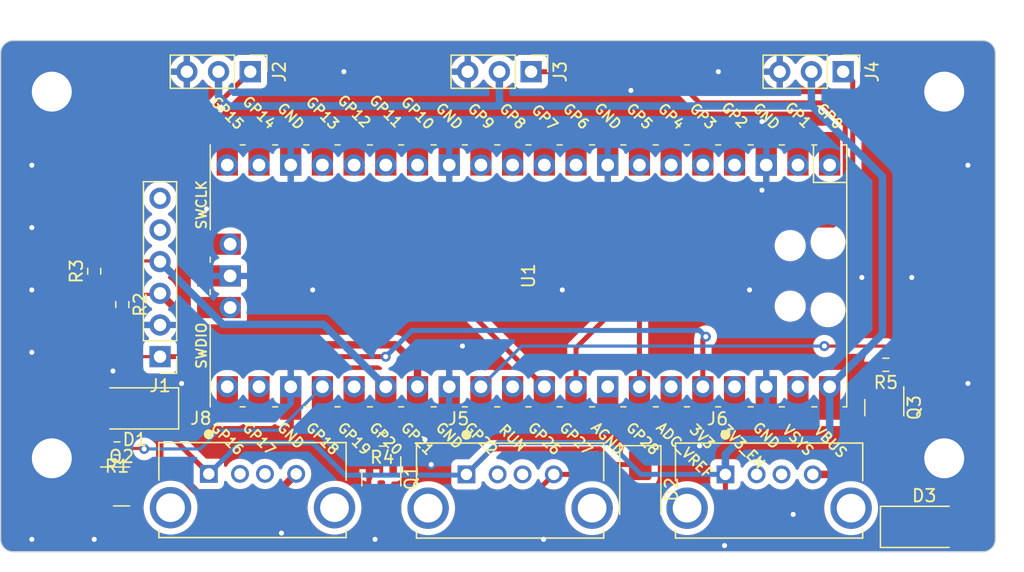
<source format=kicad_pcb>
(kicad_pcb (version 20221018) (generator pcbnew)
  (layers (0 "F.Cu" signal) (31 "B.Cu" signal) (34 "B.Paste" user) (35 "F.Paste" user) (36 "B.SilkS" user "B.Silkscreen") (37 "F.SilkS" user "F.Silkscreen") (38 "B.Mask" user) (39 "F.Mask" user) (44 "Edge.Cuts" user))
  (net 0 "")
  (net 3 "VDC")
  (net 8 "Net-(D1-A)")
  (net 13 "Net-(D2-A)")
  (net 18 "Net-(D3-A)")
  (net 23 "/PWM_M1")
  (net 24 "GND")
  (net 25 "/PWM_M0")
  (net 26 "/PWM_M2")
  (net 27 "/SCL")
  (net 28 "+3.3V")
  (net 29 "/SDA")
  (net 31 "/ADC0")
  (net 32 "/ADC1")
  (net 34 "/ADC2")
  (footprint "Resistor_SMD:R_0603_1608Metric" (layer "F.Cu") (at 9.325 32.71 180)
    (fp_text reference "R1" (at 0 -1.43) (layer "F.SilkS"))
    (fp_text value "10k")
    (fp_line (start -0.237258 -0.5225) (end 0.237258 -0.5225) (stroke (width 0.12)) (layer "F.SilkS"))
    (fp_line (start -0.237258 0.5225) (end 0.237258 0.5225) (stroke (width 0.12)) (layer "F.SilkS"))
    (pad "1" smd roundrect (at -0.825 0 180) (size 0.8 0.95) (layers "F.Cu" "F.Paste" "F.Mask") (net 25 "/PWM_M0"))
    (pad "2" smd roundrect (at 0.825 0 180) (size 0.8 0.95) (layers "F.Cu" "F.Paste" "F.Mask") (net 24 "GND"))
  )
  (footprint "Diode_SMD:D_SMA" (layer "F.Cu") (at 10.75 29.5 180)
    (fp_text reference "D1" (at 0 -2.5) (layer "F.SilkS"))
    (fp_text value "SS34")
    (fp_line (start -3.51 -1.65) (end -3.51 1.65) (stroke (width 0.12)) (layer "F.SilkS"))
    (fp_line (start -3.51 -1.65) (end 2 -1.65) (stroke (width 0.12)) (layer "F.SilkS"))
    (fp_line (start -3.51 1.65) (end 2 1.65) (stroke (width 0.12)) (layer "F.SilkS"))
    (pad "1" smd roundrect (at -2 0 180) (size 2.5 1.8) (layers "F.Cu" "F.Paste" "F.Mask") (roundrect_rratio 0.1388888889) (net 3 "VDC"))
    (pad "2" smd roundrect (at 2 0 180) (size 2.5 1.8) (layers "F.Cu" "F.Paste" "F.Mask") (roundrect_rratio 0.1388888889) (net 8 "Net-(D1-A)"))
  )
  (footprint "Diode_SMD:D_SMA" (layer "F.Cu") (at 74 39)
    (fp_text reference "D3" (at 0 -2.5) (layer "F.SilkS"))
    (fp_text value "SS34")
    (fp_line (start -3.51 -1.65) (end -3.51 1.65) (stroke (width 0.12)) (layer "F.SilkS"))
    (fp_line (start -3.51 -1.65) (end 2 -1.65) (stroke (width 0.12)) (layer "F.SilkS"))
    (fp_line (start -3.51 1.65) (end 2 1.65) (stroke (width 0.12)) (layer "F.SilkS"))
    (pad "1" smd roundrect (at -2 0) (size 2.5 1.8) (layers "F.Cu" "F.Paste" "F.Mask") (roundrect_rratio 0.1388888889) (net 3 "VDC"))
    (pad "2" smd roundrect (at 2 0) (size 2.5 1.8) (layers "F.Cu" "F.Paste" "F.Mask") (roundrect_rratio 0.1388888889) (net 18 "Net-(D3-A)"))
  )
  (footprint "Connector_PinHeader_2.54mm:PinHeader_1x06_P2.54mm_Vertical" (layer "F.Cu") (at 12.772 25.3502 180)
    (fp_text reference "J1" (at 0 -2.33 180) (layer "F.SilkS"))
    (fp_text value "Conn_01x06")
    (fp_line (start -1.33 -1.33) (end 0 -1.33) (stroke (width 0.12)) (layer "F.SilkS"))
    (fp_line (start -1.33 0) (end -1.33 -1.33) (stroke (width 0.12)) (layer "F.SilkS"))
    (fp_line (start -1.33 1.27) (end -1.33 14.03) (stroke (width 0.12)) (layer "F.SilkS"))
    (fp_line (start -1.33 1.27) (end 1.33 1.27) (stroke (width 0.12)) (layer "F.SilkS"))
    (fp_line (start -1.33 14.03) (end 1.33 14.03) (stroke (width 0.12)) (layer "F.SilkS"))
    (fp_line (start 1.33 1.27) (end 1.33 14.03) (stroke (width 0.12)) (layer "F.SilkS"))
    (pad "1" thru_hole rect (at 0 0 180) (size 1.7 1.7) (drill 1) (layers "*.Cu" "*.Mask") (net 28 "+3.3V"))
    (pad "2" thru_hole oval (at 0 2.54 180) (size 1.7 1.7) (drill 1) (layers "*.Cu" "*.Mask") (net 24 "GND"))
    (pad "3" thru_hole oval (at 0 5.08 180) (size 1.7 1.7) (drill 1) (layers "*.Cu" "*.Mask") (net 27 "/SCL"))
    (pad "4" thru_hole oval (at 0 7.62 180) (size 1.7 1.7) (drill 1) (layers "*.Cu" "*.Mask") (net 29 "/SDA"))
    (pad "5" thru_hole oval (at 0 10.16 180) (size 1.7 1.7) (drill 1) (layers "*.Cu" "*.Mask"))
    (pad "6" thru_hole oval (at 0 12.7 180) (size 1.7 1.7) (drill 1) (layers "*.Cu" "*.Mask"))
  )
  (footprint "Connector_PinHeader_2.54mm:PinHeader_1x03_P2.54mm_Vertical" (layer "F.Cu") (at 20 2.5 -90)
    (fp_text reference "J2" (at 0 -2.33 -90) (layer "F.SilkS"))
    (fp_text value "Conn_01x03")
    (fp_line (start -1.33 -1.33) (end 0 -1.33) (stroke (width 0.12)) (layer "F.SilkS"))
    (fp_line (start -1.33 0) (end -1.33 -1.33) (stroke (width 0.12)) (layer "F.SilkS"))
    (fp_line (start -1.33 1.27) (end -1.33 6.41) (stroke (width 0.12)) (layer "F.SilkS"))
    (fp_line (start -1.33 1.27) (end 1.33 1.27) (stroke (width 0.12)) (layer "F.SilkS"))
    (fp_line (start -1.33 6.41) (end 1.33 6.41) (stroke (width 0.12)) (layer "F.SilkS"))
    (fp_line (start 1.33 1.27) (end 1.33 6.41) (stroke (width 0.12)) (layer "F.SilkS"))
    (pad "1" thru_hole rect (at 0 0 270) (size 1.7 1.7) (drill 1) (layers "*.Cu" "*.Mask") (net 31 "/ADC0"))
    (pad "2" thru_hole oval (at 0 2.54 270) (size 1.7 1.7) (drill 1) (layers "*.Cu" "*.Mask") (net 3 "VDC"))
    (pad "3" thru_hole oval (at 0 5.08 270) (size 1.7 1.7) (drill 1) (layers "*.Cu" "*.Mask") (net 24 "GND"))
  )
  (footprint "Connector_PinHeader_2.54mm:PinHeader_1x03_P2.54mm_Vertical" (layer "F.Cu") (at 67.5 2.5 -90)
    (fp_text reference "J4" (at 0 -2.33 -90) (layer "F.SilkS"))
    (fp_text value "Conn_01x03")
    (fp_line (start -1.33 -1.33) (end 0 -1.33) (stroke (width 0.12)) (layer "F.SilkS"))
    (fp_line (start -1.33 0) (end -1.33 -1.33) (stroke (width 0.12)) (layer "F.SilkS"))
    (fp_line (start -1.33 1.27) (end -1.33 6.41) (stroke (width 0.12)) (layer "F.SilkS"))
    (fp_line (start -1.33 1.27) (end 1.33 1.27) (stroke (width 0.12)) (layer "F.SilkS"))
    (fp_line (start -1.33 6.41) (end 1.33 6.41) (stroke (width 0.12)) (layer "F.SilkS"))
    (fp_line (start 1.33 1.27) (end 1.33 6.41) (stroke (width 0.12)) (layer "F.SilkS"))
    (pad "1" thru_hole rect (at 0 0 270) (size 1.7 1.7) (drill 1) (layers "*.Cu" "*.Mask") (net 34 "/ADC2"))
    (pad "2" thru_hole oval (at 0 2.54 270) (size 1.7 1.7) (drill 1) (layers "*.Cu" "*.Mask") (net 3 "VDC"))
    (pad "3" thru_hole oval (at 0 5.08 270) (size 1.7 1.7) (drill 1) (layers "*.Cu" "*.Mask") (net 24 "GND"))
  )
  (footprint "Package_TO_SOT_SMD:SOT-23" (layer "F.Cu") (at 70.8 29.4375 -90)
    (fp_text reference "Q3" (at 0 -2.4 90) (layer "F.SilkS"))
    (fp_text value "AO3400A")
    (fp_line (start 0 -1.56) (end -1.675 -1.56) (stroke (width 0.12)) (layer "F.SilkS"))
    (fp_line (start 0 -1.56) (end 0.65 -1.56) (stroke (width 0.12)) (layer "F.SilkS"))
    (fp_line (start 0 1.56) (end -0.65 1.56) (stroke (width 0.12)) (layer "F.SilkS"))
    (fp_line (start 0 1.56) (end 0.65 1.56) (stroke (width 0.12)) (layer "F.SilkS"))
    (pad "1" smd roundrect (at -0.9375 -0.95 270) (size 1.475 0.6) (layers "F.Cu" "F.Paste" "F.Mask") (net 26 "/PWM_M2"))
    (pad "2" smd roundrect (at -0.9375 0.95 270) (size 1.475 0.6) (layers "F.Cu" "F.Paste" "F.Mask") (net 24 "GND"))
    (pad "3" smd roundrect (at 0.9375 0 270) (size 1.475 0.6) (layers "F.Cu" "F.Paste" "F.Mask") (net 18 "Net-(D3-A)"))
  )
  (footprint "Resistor_SMD:R_0603_1608Metric" (layer "F.Cu") (at 9.75 21.175 -90)
    (fp_text reference "R2" (at 0 -1.43 90) (layer "F.SilkS"))
    (fp_text value "10k")
    (fp_line (start -0.237258 -0.5225) (end 0.237258 -0.5225) (stroke (width 0.12)) (layer "F.SilkS"))
    (fp_line (start -0.237258 0.5225) (end 0.237258 0.5225) (stroke (width 0.12)) (layer "F.SilkS"))
    (pad "1" smd roundrect (at -0.825 0 270) (size 0.8 0.95) (layers "F.Cu" "F.Paste" "F.Mask") (net 27 "/SCL"))
    (pad "2" smd roundrect (at 0.825 0 270) (size 0.8 0.95) (layers "F.Cu" "F.Paste" "F.Mask") (net 28 "+3.3V"))
  )
  (footprint "Diode_SMD:D_SMA" (layer "F.Cu") (at 51.25 36 -90)
    (fp_text reference "D2" (at 0 -2.5 -270) (layer "F.SilkS"))
    (fp_text value "SS34")
    (fp_line (start -3.51 -1.65) (end -3.51 1.65) (stroke (width 0.12)) (layer "F.SilkS"))
    (fp_line (start -3.51 -1.65) (end 2 -1.65) (stroke (width 0.12)) (layer "F.SilkS"))
    (fp_line (start -3.51 1.65) (end 2 1.65) (stroke (width 0.12)) (layer "F.SilkS"))
    (pad "1" smd roundrect (at -2 0 270) (size 2.5 1.8) (layers "F.Cu" "F.Paste" "F.Mask") (roundrect_rratio 0.1388888889) (net 3 "VDC"))
    (pad "2" smd roundrect (at 2 0 270) (size 2.5 1.8) (layers "F.Cu" "F.Paste" "F.Mask") (roundrect_rratio 0.1388888889) (net 13 "Net-(D2-A)"))
  )
  (footprint "1734366-1:TE_1734366-1" (layer "F.Cu") (at 37.32 34.79)
    (fp_text reference "J5" (at -0.63622 -4.45354) (layer "F.SilkS") (effects (font (size 1.001921 1.001921))))
    (fp_text value "USB_A")
    (fp_line (start -4 -2.51) (end -4 0.5) (stroke (width 0.127)) (layer "F.SilkS"))
    (fp_line (start -4 -2.51) (end 11 -2.51) (stroke (width 0.127)) (layer "F.SilkS"))
    (fp_line (start -4 4.5) (end -4 5.11) (stroke (width 0.127)) (layer "F.SilkS"))
    (fp_line (start -4 5.11) (end 11 5.11) (stroke (width 0.127)) (layer "F.SilkS"))
    (fp_line (start 11 -2.51) (end 11 0.5) (stroke (width 0.127)) (layer "F.SilkS"))
    (fp_line (start 11 5.11) (end 11 4.5) (stroke (width 0.127)) (layer "F.SilkS"))
    (fp_circle (center 0 -3.175) (end 0.2 -3.175) (stroke (width 0.4)) (fill none) (layer "F.SilkS"))
    (pad "1" thru_hole rect (at 0 0) (size 1.428 1.428) (drill 0.92) (layers "*.Cu" "*.Mask") (net 3 "VDC"))
    (pad "2" thru_hole circle (at 2.5 0) (size 1.428 1.428) (drill 0.92) (layers "*.Cu" "*.Mask"))
    (pad "3" thru_hole circle (at 4.5 0) (size 1.428 1.428) (drill 0.92) (layers "*.Cu" "*.Mask"))
    (pad "4" thru_hole circle (at 7 0) (size 1.428 1.428) (drill 0.92) (layers "*.Cu" "*.Mask") (net 13 "Net-(D2-A)"))
    (pad "SH1" thru_hole circle (at -3.07 2.71) (size 3.316 3.316) (drill 2.3) (layers "*.Cu" "*.Mask"))
    (pad "SH2" thru_hole circle (at 10.07 2.71) (size 3.316 3.316) (drill 2.3) (layers "*.Cu" "*.Mask"))
  )
  (footprint "Resistor_SMD:R_0603_1608Metric" (layer "F.Cu") (at 70.925 26 180)
    (fp_text reference "R5" (at 0 -1.43) (layer "F.SilkS"))
    (fp_text value "10k")
    (fp_line (start -0.237258 -0.5225) (end 0.237258 -0.5225) (stroke (width 0.12)) (layer "F.SilkS"))
    (fp_line (start -0.237258 0.5225) (end 0.237258 0.5225) (stroke (width 0.12)) (layer "F.SilkS"))
    (pad "1" smd roundrect (at -0.825 0 180) (size 0.8 0.95) (layers "F.Cu" "F.Paste" "F.Mask") (net 26 "/PWM_M2"))
    (pad "2" smd roundrect (at 0.825 0 180) (size 0.8 0.95) (layers "F.Cu" "F.Paste" "F.Mask") (net 24 "GND"))
  )
  (footprint "MCU_RaspberryPi_and_Boards:RPi_Pico_SMD_TH" (layer "F.Cu") (at 42.291 18.8722 -90)
    (fp_text reference "U1" (at 0 0 90) (layer "F.SilkS"))
    (fp_text value "Pico")
    (fp_text user "VSYS" (at 13.2 -21.59 135) (layer "F.SilkS") (effects (font (size 0.8 0.8))))
    (fp_text user "GP9" (at -12.8 3.81 135) (layer "F.SilkS") (effects (font (size 0.8 0.8))))
    (fp_text user "GP13" (at -13.054 16.51 135) (layer "F.SilkS") (effects (font (size 0.8 0.8))))
    (fp_text user "GND" (at -12.8 6.35 135) (layer "F.SilkS") (effects (font (size 0.8 0.8))))
    (fp_text user "GP1" (at -12.9 -21.6 135) (layer "F.SilkS") (effects (font (size 0.8 0.8))))
    (fp_text user "GP0" (at -12.8 -24.13 135) (layer "F.SilkS") (effects (font (size 0.8 0.8))))
    (fp_text user "GP17" (at 13.054 21.59 135) (layer "F.SilkS") (effects (font (size 0.8 0.8))))
    (fp_text user "SWCLK" (at -5.7 26.2 90) (layer "F.SilkS") (effects (font (size 0.8 0.8))))
    (fp_text user "GP27" (at 13.054 -3.8 135) (layer "F.SilkS") (effects (font (size 0.8 0.8))))
    (fp_text user "GP6" (at -12.8 -3.81 135) (layer "F.SilkS") (effects (font (size 0.8 0.8))))
    (fp_text user "GP8" (at -12.8 1.27 135) (layer "F.SilkS") (effects (font (size 0.8 0.8))))
    (fp_text user "GP2" (at -12.9 -16.51 135) (layer "F.SilkS") (effects (font (size 0.8 0.8))))
    (fp_text user "GP28" (at 13.054 -9.144 135) (layer "F.SilkS") (effects (font (size 0.8 0.8))))
    (fp_text user "GP20" (at 13.054 11.43 135) (layer "F.SilkS") (effects (font (size 0.8 0.8))))
    (fp_text user "GP5" (at -12.8 -8.89 135) (layer "F.SilkS") (effects (font (size 0.8 0.8))))
    (fp_text user "GND" (at 12.8 -19.05 135) (layer "F.SilkS") (effects (font (size 0.8 0.8))))
    (fp_text user "GP10" (at -13.054 8.89 135) (layer "F.SilkS") (effects (font (size 0.8 0.8))))
    (fp_text user "GP15" (at -13.054 24.13 135) (layer "F.SilkS") (effects (font (size 0.8 0.8))))
    (fp_text user "AGND" (at 13.054 -6.35 135) (layer "F.SilkS") (effects (font (size 0.8 0.8))))
    (fp_text user "ADC_VREF" (at 14 -12.5 135) (layer "F.SilkS") (effects (font (size 0.8 0.8))))
    (fp_text user "RUN" (at 13 1.27 135) (layer "F.SilkS") (effects (font (size 0.8 0.8))))
    (fp_text user "GP14" (at -13.1 21.59 135) (layer "F.SilkS") (effects (font (size 0.8 0.8))))
    (fp_text user "GP7" (at -12.7 -1.3 135) (layer "F.SilkS") (effects (font (size 0.8 0.8))))
    (fp_text user "GP26" (at 13.054 -1.27 135) (layer "F.SilkS") (effects (font (size 0.8 0.8))))
    (fp_text user "3V3_EN" (at 13.7 -17.2 135) (layer "F.SilkS") (effects (font (size 0.8 0.8))))
    (fp_text user "GP11" (at -13.2 11.43 135) (layer "F.SilkS") (effects (font (size 0.8 0.8))))
    (fp_text user "GP4" (at -12.8 -11.43 135) (layer "F.SilkS") (effects (font (size 0.8 0.8))))
    (fp_text user "GND" (at -12.8 19.05 135) (layer "F.SilkS") (effects (font (size 0.8 0.8))))
    (fp_text user "SWDIO" (at 5.6 26.2 90) (layer "F.SilkS") (effects (font (size 0.8 0.8))))
    (fp_text user "GND" (at 12.8 6.35 135) (layer "F.SilkS") (effects (font (size 0.8 0.8))))
    (fp_text user "GND" (at -12.8 -19.05 135) (layer "F.SilkS") (effects (font (size 0.8 0.8))))
    (fp_text user "GP16" (at 13.054 24.13 135) (layer "F.SilkS") (effects (font (size 0.8 0.8))))
    (fp_text user "GP3" (at -12.8 -13.97 135) (layer "F.SilkS") (effects (font (size 0.8 0.8))))
    (fp_text user "GP22" (at 13.054 3.81 135) (layer "F.SilkS") (effects (font (size 0.8 0.8))))
    (fp_text user "GP21" (at 13.054 8.9 135) (layer "F.SilkS") (effects (font (size 0.8 0.8))))
    (fp_text user "GND" (at 12.8 19.05 135) (layer "F.SilkS") (effects (font (size 0.8 0.8))))
    (fp_text user "GP19" (at 13.054 13.97 135) (layer "F.SilkS") (effects (font (size 0.8 0.8))))
    (fp_text user "VBUS" (at 13.3 -24.2 135) (layer "F.SilkS") (effects (font (size 0.8 0.8))))
    (fp_text user "GP12" (at -13.2 13.97 135) (layer "F.SilkS") (effects (font (size 0.8 0.8))))
    (fp_text user "3V3" (at 12.9 -13.9 135) (layer "F.SilkS") (effects (font (size 0.8 0.8))))
    (fp_text user "GP18" (at 13.054 16.51 135) (layer "F.SilkS") (effects (font (size 0.8 0.8))))
    (fp_text user "GND" (at -12.8 -6.35 135) (layer "F.SilkS") (effects (font (size 0.8 0.8))))
    (fp_line (start -10.5 -25.5) (end -10.5 -25.2) (stroke (width 0.12)) (layer "F.SilkS"))
    (fp_line (start -10.5 -25.5) (end 10.5 -25.5) (stroke (width 0.12)) (layer "F.SilkS"))
    (fp_line (start -10.5 -23.1) (end -10.5 -22.7) (stroke (width 0.12)) (layer "F.SilkS"))
    (fp_line (start -10.5 -22.833) (end -7.493 -22.833) (stroke (width 0.12)) (layer "F.SilkS"))
    (fp_line (start -10.5 -20.5) (end -10.5 -20.1) (stroke (width 0.12)) (layer "F.SilkS"))
    (fp_line (start -10.5 -18) (end -10.5 -17.6) (stroke (width 0.12)) (layer "F.SilkS"))
    (fp_line (start -10.5 -15.4) (end -10.5 -15) (stroke (width 0.12)) (layer "F.SilkS"))
    (fp_line (start -10.5 -12.9) (end -10.5 -12.5) (stroke (width 0.12)) (layer "F.SilkS"))
    (fp_line (start -10.5 -10.4) (end -10.5 -10) (stroke (width 0.12)) (layer "F.SilkS"))
    (fp_line (start -10.5 -7.8) (end -10.5 -7.4) (stroke (width 0.12)) (layer "F.SilkS"))
    (fp_line (start -10.5 -5.3) (end -10.5 -4.9) (stroke (width 0.12)) (layer "F.SilkS"))
    (fp_line (start -10.5 -2.7) (end -10.5 -2.3) (stroke (width 0.12)) (layer "F.SilkS"))
    (fp_line (start -10.5 -0.2) (end -10.5 0.2) (stroke (width 0.12)) (layer "F.SilkS"))
    (fp_line (start -10.5 2.3) (end -10.5 2.7) (stroke (width 0.12)) (layer "F.SilkS"))
    (fp_line (start -10.5 4.9) (end -10.5 5.3) (stroke (width 0.12)) (layer "F.SilkS"))
    (fp_line (start -10.5 7.4) (end -10.5 7.8) (stroke (width 0.12)) (layer "F.SilkS"))
    (fp_line (start -10.5 10) (end -10.5 10.4) (stroke (width 0.12)) (layer "F.SilkS"))
    (fp_line (start -10.5 12.5) (end -10.5 12.9) (stroke (width 0.12)) (layer "F.SilkS"))
    (fp_line (start -10.5 15.1) (end -10.5 15.5) (stroke (width 0.12)) (layer "F.SilkS"))
    (fp_line (start -10.5 17.6) (end -10.5 18) (stroke (width 0.12)) (layer "F.SilkS"))
    (fp_line (start -10.5 20.1) (end -10.5 20.5) (stroke (width 0.12)) (layer "F.SilkS"))
    (fp_line (start -10.5 22.7) (end -10.5 23.1) (stroke (width 0.12)) (layer "F.SilkS"))
    (fp_line (start -7.493 -22.833) (end -7.493 -25.5) (stroke (width 0.12)) (layer "F.SilkS"))
    (fp_line (start -3.7 25.5) (end -10.5 25.5) (stroke (width 0.12)) (layer "F.SilkS"))
    (fp_line (start -1.5 25.5) (end -1.1 25.5) (stroke (width 0.12)) (layer "F.SilkS"))
    (fp_line (start 1.1 25.5) (end 1.5 25.5) (stroke (width 0.12)) (layer "F.SilkS"))
    (fp_line (start 10.5 -25.5) (end 10.5 -25.2) (stroke (width 0.12)) (layer "F.SilkS"))
    (fp_line (start 10.5 -23.1) (end 10.5 -22.7) (stroke (width 0.12)) (layer "F.SilkS"))
    (fp_line (start 10.5 -20.5) (end 10.5 -20.1) (stroke (width 0.12)) (layer "F.SilkS"))
    (fp_line (start 10.5 -18) (end 10.5 -17.6) (stroke (width 0.12)) (layer "F.SilkS"))
    (fp_line (start 10.5 -15.4) (end 10.5 -15) (stroke (width 0.12)) (layer "F.SilkS"))
    (fp_line (start 10.5 -12.9) (end 10.5 -12.5) (stroke (width 0.12)) (layer "F.SilkS"))
    (fp_line (start 10.5 -10.4) (end 10.5 -10) (stroke (width 0.12)) (layer "F.SilkS"))
    (fp_line (start 10.5 -7.8) (end 10.5 -7.4) (stroke (width 0.12)) (layer "F.SilkS"))
    (fp_line (start 10.5 -5.3) (end 10.5 -4.9) (stroke (width 0.12)) (layer "F.SilkS"))
    (fp_line (start 10.5 -2.7) (end 10.5 -2.3) (stroke (width 0.12)) (layer "F.SilkS"))
    (fp_line (start 10.5 -0.2) (end 10.5 0.2) (stroke (width 0.12)) (layer "F.SilkS"))
    (fp_line (start 10.5 2.3) (end 10.5 2.7) (stroke (width 0.12)) (layer "F.SilkS"))
    (fp_line (start 10.5 4.9) (end 10.5 5.3) (stroke (width 0.12)) (layer "F.SilkS"))
    (fp_line (start 10.5 7.4) (end 10.5 7.8) (stroke (width 0.12)) (layer "F.SilkS"))
    (fp_line (start 10.5 10) (end 10.5 10.4) (stroke (width 0.12)) (layer "F.SilkS"))
    (fp_line (start 10.5 12.5) (end 10.5 12.9) (stroke (width 0.12)) (layer "F.SilkS"))
    (fp_line (start 10.5 15.1) (end 10.5 15.5) (stroke (width 0.12)) (layer "F.SilkS"))
    (fp_line (start 10.5 17.6) (end 10.5 18) (stroke (width 0.12)) (layer "F.SilkS"))
    (fp_line (start 10.5 20.1) (end 10.5 20.5) (stroke (width 0.12)) (layer "F.SilkS"))
    (fp_line (start 10.5 22.7) (end 10.5 23.1) (stroke (width 0.12)) (layer "F.SilkS"))
    (fp_line (start 10.5 25.5) (end 3.7 25.5) (stroke (width 0.12)) (layer "F.SilkS"))
    (pad "" np_thru_hole oval locked (at -2.725 -24 270) (size 1.8 1.8) (drill 1.8) (layers "*.Cu" "*.Mask"))
    (pad "" np_thru_hole oval locked (at -2.425 -20.97 270) (size 1.5 1.5) (drill 1.5) (layers "*.Cu" "*.Mask"))
    (pad "" np_thru_hole oval locked (at 2.425 -20.97 270) (size 1.5 1.5) (drill 1.5) (layers "*.Cu" "*.Mask"))
    (pad "" np_thru_hole oval locked (at 2.725 -24 270) (size 1.8 1.8) (drill 1.8) (layers "*.Cu" "*.Mask"))
    (pad "1" thru_hole oval locked (at -8.89 -24.13 270) (size 1.7 1.7) (drill 1.02) (layers "*.Cu" "*.Mask"))
    (pad "1" smd rect locked (at -8.89 -24.13 270) (size 3.5 1.7) (drill (offset -0.9 0)) (layers "F.Cu" "F.Mask"))
    (pad "2" thru_hole oval locked (at -8.89 -21.59 270) (size 1.7 1.7) (drill 1.02) (layers "*.Cu" "*.Mask"))
    (pad "2" smd rect locked (at -8.89 -21.59 270) (size 3.5 1.7) (drill (offset -0.9 0)) (layers "F.Cu" "F.Mask"))
    (pad "3" thru_hole rect locked (at -8.89 -19.05 270) (size 1.7 1.7) (drill 1.02) (layers "*.Cu" "*.Mask") (net 24 "GND"))
    (pad "3" smd rect locked (at -8.89 -19.05 270) (size 3.5 1.7) (drill (offset -0.9 0)) (layers "F.Cu" "F.Mask") (net 24 "GND"))
    (pad "4" thru_hole oval locked (at -8.89 -16.51 270) (size 1.7 1.7) (drill 1.02) (layers "*.Cu" "*.Mask"))
    (pad "4" smd rect locked (at -8.89 -16.51 270) (size 3.5 1.7) (drill (offset -0.9 0)) (layers "F.Cu" "F.Mask"))
    (pad "5" thru_hole oval locked (at -8.89 -13.97 270) (size 1.7 1.7) (drill 1.02) (layers "*.Cu" "*.Mask"))
    (pad "5" smd rect locked (at -8.89 -13.97 270) (size 3.5 1.7) (drill (offset -0.9 0)) (layers "F.Cu" "F.Mask"))
    (pad "6" thru_hole oval locked (at -8.89 -11.43 270) (size 1.7 1.7) (drill 1.02) (layers "*.Cu" "*.Mask"))
    (pad "6" smd rect locked (at -8.89 -11.43 270) (size 3.5 1.7) (drill (offset -0.9 0)) (layers "F.Cu" "F.Mask"))
    (pad "7" thru_hole oval locked (at -8.89 -8.89 270) (size 1.7 1.7) (drill 1.02) (layers "*.Cu" "*.Mask"))
    (pad "7" smd rect locked (at -8.89 -8.89 270) (size 3.5 1.7) (drill (offset -0.9 0)) (layers "F.Cu" "F.Mask"))
    (pad "8" thru_hole rect locked (at -8.89 -6.35 270) (size 1.7 1.7) (drill 1.02) (layers "*.Cu" "*.Mask") (net 24 "GND"))
    (pad "8" smd rect locked (at -8.89 -6.35 270) (size 3.5 1.7) (drill (offset -0.9 0)) (layers "F.Cu" "F.Mask") (net 24 "GND"))
    (pad "9" thru_hole oval locked (at -8.89 -3.81 270) (size 1.7 1.7) (drill 1.02) (layers "*.Cu" "*.Mask"))
    (pad "9" smd rect locked (at -8.89 -3.81 270) (size 3.5 1.7) (drill (offset -0.9 0)) (layers "F.Cu" "F.Mask"))
    (pad "10" thru_hole oval locked (at -8.89 -1.27 270) (size 1.7 1.7) (drill 1.02) (layers "*.Cu" "*.Mask"))
    (pad "10" smd rect locked (at -8.89 -1.27 270) (size 3.5 1.7) (drill (offset -0.9 0)) (layers "F.Cu" "F.Mask"))
    (pad "11" thru_hole oval locked (at -8.89 1.27 270) (size 1.7 1.7) (drill 1.02) (layers "*.Cu" "*.Mask"))
    (pad "11" smd rect locked (at -8.89 1.27 270) (size 3.5 1.7) (drill (offset -0.9 0)) (layers "F.Cu" "F.Mask"))
    (pad "12" thru_hole oval locked (at -8.89 3.81 270) (size 1.7 1.7) (drill 1.02) (layers "*.Cu" "*.Mask"))
    (pad "12" smd rect locked (at -8.89 3.81 270) (size 3.5 1.7) (drill (offset -0.9 0)) (layers "F.Cu" "F.Mask"))
    (pad "13" thru_hole rect locked (at -8.89 6.35 270) (size 1.7 1.7) (drill 1.02) (layers "*.Cu" "*.Mask") (net 24 "GND"))
    (pad "13" smd rect locked (at -8.89 6.35 270) (size 3.5 1.7) (drill (offset -0.9 0)) (layers "F.Cu" "F.Mask") (net 24 "GND"))
    (pad "14" thru_hole oval locked (at -8.89 8.89 270) (size 1.7 1.7) (drill 1.02) (layers "*.Cu" "*.Mask"))
    (pad "14" smd rect locked (at -8.89 8.89 270) (size 3.5 1.7) (drill (offset -0.9 0)) (layers "F.Cu" "F.Mask"))
    (pad "15" thru_hole oval locked (at -8.89 11.43 270) (size 1.7 1.7) (drill 1.02) (layers "*.Cu" "*.Mask"))
    (pad "15" smd rect locked (at -8.89 11.43 270) (size 3.5 1.7) (drill (offset -0.9 0)) (layers "F.Cu" "F.Mask"))
    (pad "16" thru_hole oval locked (at -8.89 13.97 270) (size 1.7 1.7) (drill 1.02) (layers "*.Cu" "*.Mask"))
    (pad "16" smd rect locked (at -8.89 13.97 270) (size 3.5 1.7) (drill (offset -0.9 0)) (layers "F.Cu" "F.Mask"))
    (pad "17" thru_hole oval locked (at -8.89 16.51 270) (size 1.7 1.7) (drill 1.02) (layers "*.Cu" "*.Mask"))
    (pad "17" smd rect locked (at -8.89 16.51 270) (size 3.5 1.7) (drill (offset -0.9 0)) (layers "F.Cu" "F.Mask"))
    (pad "18" thru_hole rect locked (at -8.89 19.05 270) (size 1.7 1.7) (drill 1.02) (layers "*.Cu" "*.Mask") (net 24 "GND"))
    (pad "18" smd rect locked (at -8.89 19.05 270) (size 3.5 1.7) (drill (offset -0.9 0)) (layers "F.Cu" "F.Mask") (net 24 "GND"))
    (pad "19" thru_hole oval locked (at -8.89 21.59 270) (size 1.7 1.7) (drill 1.02) (layers "*.Cu" "*.Mask"))
    (pad "19" smd rect locked (at -8.89 21.59 270) (size 3.5 1.7) (drill (offset -0.9 0)) (layers "F.Cu" "F.Mask"))
    (pad "20" thru_hole oval locked (at -8.89 24.13 270) (size 1.7 1.7) (drill 1.02) (layers "*.Cu" "*.Mask"))
    (pad "20" smd rect locked (at -8.89 24.13 270) (size 3.5 1.7) (drill (offset -0.9 0)) (layers "F.Cu" "F.Mask"))
    (pad "21" thru_hole oval locked (at 8.89 24.13 270) (size 1.7 1.7) (drill 1.02) (layers "*.Cu" "*.Mask"))
    (pad "21" smd rect locked (at 8.89 24.13 270) (size 3.5 1.7) (drill (offset 0.9 0)) (layers "F.Cu" "F.Mask"))
    (pad "22" thru_hole oval locked (at 8.89 21.59 270) (size 1.7 1.7) (drill 1.02) (layers "*.Cu" "*.Mask"))
    (pad "22" smd rect locked (at 8.89 21.59 270) (size 3.5 1.7) (drill (offset 0.9 0)) (layers "F.Cu" "F.Mask"))
    (pad "23" thru_hole rect locked (at 8.89 19.05 270) (size 1.7 1.7) (drill 1.02) (layers "*.Cu" "*.Mask") (net 24 "GND"))
    (pad "23" smd rect locked (at 8.89 19.05 270) (size 3.5 1.7) (drill (offset 0.9 0)) (layers "F.Cu" "F.Mask") (net 24 "GND"))
    (pad "24" thru_hole oval locked (at 8.89 16.51 270) (size 1.7 1.7) (drill 1.02) (layers "*.Cu" "*.Mask") (net 25 "/PWM_M0"))
    (pad "24" smd rect locked (at 8.89 16.51 270) (size 3.5 1.7) (drill (offset 0.9 0)) (layers "F.Cu" "F.Mask") (net 25 "/PWM_M0"))
    (pad "25" thru_hole oval locked (at 8.89 13.97 270) (size 1.7 1.7) (drill 1.02) (layers "*.Cu" "*.Mask") (net 23 "/PWM_M1"))
    (pad "25" smd rect locked (at 8.89 13.97 270) (size 3.5 1.7) (drill (offset 0.9 0)) (layers "F.Cu" "F.Mask") (net 23 "/PWM_M1"))
    (pad "26" thru_hole oval locked (at 8.89 11.43 270) (size 1.7 1.7) (drill 1.02) (layers "*.Cu" "*.Mask") (net 29 "/SDA"))
    (pad "26" smd rect locked (at 8.89 11.43 270) (size 3.5 1.7) (drill (offset 0.9 0)) (layers "F.Cu" "F.Mask") (net 29 "/SDA"))
    (pad "27" thru_hole oval locked (at 8.89 8.89 270) (size 1.7 1.7) (drill 1.02) (layers "*.Cu" "*.Mask") (net 27 "/SCL"))
    (pad "27" smd rect locked (at 8.89 8.89 270) (size 3.5 1.7) (drill (offset 0.9 0)) (layers "F.Cu" "F.Mask") (net 27 "/SCL"))
    (pad "28" thru_hole rect locked (at 8.89 6.35 270) (size 1.7 1.7) (drill 1.02) (layers "*.Cu" "*.Mask") (net 24 "GND"))
    (pad "28" smd rect locked (at 8.89 6.35 270) (size 3.5 1.7) (drill (offset 0.9 0)) (layers "F.Cu" "F.Mask") (net 24 "GND"))
    (pad "29" thru_hole oval locked (at 8.89 3.81 270) (size 1.7 1.7) (drill 1.02) (layers "*.Cu" "*.Mask") (net 26 "/PWM_M2"))
    (pad "29" smd rect locked (at 8.89 3.81 270) (size 3.5 1.7) (drill (offset 0.9 0)) (layers "F.Cu" "F.Mask") (net 26 "/PWM_M2"))
    (pad "30" thru_hole oval locked (at 8.89 1.27 270) (size 1.7 1.7) (drill 1.02) (layers "*.Cu" "*.Mask"))
    (pad "30" smd rect locked (at 8.89 1.27 270) (size 3.5 1.7) (drill (offset 0.9 0)) (layers "F.Cu" "F.Mask"))
    (pad "31" thru_hole oval locked (at 8.89 -1.27 270) (size 1.7 1.7) (drill 1.02) (layers "*.Cu" "*.Mask") (net 31 "/ADC0"))
    (pad "31" smd rect locked (at 8.89 -1.27 270) (size 3.5 1.7) (drill (offset 0.9 0)) (layers "F.Cu" "F.Mask") (net 31 "/ADC0"))
    (pad "32" thru_hole oval locked (at 8.89 -3.81 270) (size 1.7 1.7) (drill 1.02) (layers "*.Cu" "*.Mask") (net 32 "/ADC1"))
    (pad "32" smd rect locked (at 8.89 -3.81 270) (size 3.5 1.7) (drill (offset 0.9 0)) (layers "F.Cu" "F.Mask") (net 32 "/ADC1"))
    (pad "33" thru_hole rect locked (at 8.89 -6.35 270) (size 1.7 1.7) (drill 1.02) (layers "*.Cu" "*.Mask"))
    (pad "33" smd rect locked (at 8.89 -6.35 270) (size 3.5 1.7) (drill (offset 0.9 0)) (layers "F.Cu" "F.Mask"))
    (pad "34" thru_hole oval locked (at 8.89 -8.89 270) (size 1.7 1.7) (drill 1.02) (layers "*.Cu" "*.Mask") (net 34 "/ADC2"))
    (pad "34" smd rect locked (at 8.89 -8.89 270) (size 3.5 1.7) (drill (offset 0.9 0)) (layers "F.Cu" "F.Mask") (net 34 "/ADC2"))
    (pad "35" thru_hole oval locked (at 8.89 -11.43 270) (size 1.7 1.7) (drill 1.02) (layers "*.Cu" "*.Mask"))
    (pad "35" smd rect locked (at 8.89 -11.43 270) (size 3.5 1.7) (drill (offset 0.9 0)) (layers "F.Cu" "F.Mask"))
    (pad "36" thru_hole oval locked (at 8.89 -13.97 270) (size 1.7 1.7) (drill 1.02) (layers "*.Cu" "*.Mask") (net 28 "+3.3V"))
    (pad "36" smd rect locked (at 8.89 -13.97 270) (size 3.5 1.7) (drill (offset 0.9 0)) (layers "F.Cu" "F.Mask") (net 28 "+3.3V"))
    (pad "37" thru_hole oval locked (at 8.89 -16.51 270) (size 1.7 1.7) (drill 1.02) (layers "*.Cu" "*.Mask"))
    (pad "37" smd rect locked (at 8.89 -16.51 270) (size 3.5 1.7) (drill (offset 0.9 0)) (layers "F.Cu" "F.Mask"))
    (pad "38" thru_hole rect locked (at 8.89 -19.05 270) (size 1.7 1.7) (drill 1.02) (layers "*.Cu" "*.Mask") (net 24 "GND"))
    (pad "38" smd rect locked (at 8.89 -19.05 270) (size 3.5 1.7) (drill (offset 0.9 0)) (layers "F.Cu" "F.Mask") (net 24 "GND"))
    (pad "39" thru_hole oval locked (at 8.89 -21.59 270) (size 1.7 1.7) (drill 1.02) (layers "*.Cu" "*.Mask"))
    (pad "39" smd rect locked (at 8.89 -21.59 270) (size 3.5 1.7) (drill (offset 0.9 0)) (layers "F.Cu" "F.Mask"))
    (pad "40" thru_hole oval locked (at 8.89 -24.13 270) (size 1.7 1.7) (drill 1.02) (layers "*.Cu" "*.Mask") (net 3 "VDC"))
    (pad "40" smd rect locked (at 8.89 -24.13 270) (size 3.5 1.7) (drill (offset 0.9 0)) (layers "F.Cu" "F.Mask") (net 3 "VDC"))
    (pad "41" thru_hole oval locked (at -2.54 23.9 270) (size 1.7 1.7) (drill 1.02) (layers "*.Cu" "*.Mask"))
    (pad "41" smd rect locked (at -2.54 23.9) (size 3.5 1.7) (drill (offset -0.9 0)) (layers "F.Cu" "F.Mask"))
    (pad "42" thru_hole rect locked (at 0 23.9 270) (size 1.7 1.7) (drill 1.02) (layers "*.Cu" "*.Mask") (net 24 "GND"))
    (pad "42" smd rect locked (at 0 23.9) (size 3.5 1.7) (drill (offset -0.9 0)) (layers "F.Cu" "F.Mask") (net 24 "GND"))
    (pad "43" thru_hole oval locked (at 2.54 23.9 270) (size 1.7 1.7) (drill 1.02) (layers "*.Cu" "*.Mask"))
    (pad "43" smd rect locked (at 2.54 23.9) (size 3.5 1.7) (drill (offset -0.9 0)) (layers "F.Cu" "F.Mask"))
  )
  (footprint "Package_TO_SOT_SMD:SOT-23" (layer "F.Cu") (at 9.6875 35.76)
    (fp_text reference "Q2" (at 0 -2.4) (layer "F.SilkS"))
    (fp_text value "AO3400A")
    (fp_line (start 0 -1.56) (end -1.675 -1.56) (stroke (width 0.12)) (layer "F.SilkS"))
    (fp_line (start 0 -1.56) (end 0.65 -1.56) (stroke (width 0.12)) (layer "F.SilkS"))
    (fp_line (start 0 1.56) (end -0.65 1.56) (stroke (width 0.12)) (layer "F.SilkS"))
    (fp_line (start 0 1.56) (end 0.65 1.56) (stroke (width 0.12)) (layer "F.SilkS"))
    (pad "1" smd roundrect (at -0.9375 -0.95) (size 1.475 0.6) (layers "F.Cu" "F.Paste" "F.Mask") (net 25 "/PWM_M0"))
    (pad "2" smd roundrect (at -0.9375 0.95) (size 1.475 0.6) (layers "F.Cu" "F.Paste" "F.Mask") (net 24 "GND"))
    (pad "3" smd roundrect (at 0.9375 0) (size 1.475 0.6) (layers "F.Cu" "F.Paste" "F.Mask") (net 8 "Net-(D1-A)"))
  )
  (footprint "Package_TO_SOT_SMD:SOT-23" (layer "F.Cu") (at 30.5 35.0625 -90)
    (fp_text reference "Q1" (at 0 -2.4 -270) (layer "F.SilkS"))
    (fp_text value "AO3400A")
    (fp_line (start 0 -1.56) (end -1.675 -1.56) (stroke (width 0.12)) (layer "F.SilkS"))
    (fp_line (start 0 -1.56) (end 0.65 -1.56) (stroke (width 0.12)) (layer "F.SilkS"))
    (fp_line (start 0 1.56) (end -0.65 1.56) (stroke (width 0.12)) (layer "F.SilkS"))
    (fp_line (start 0 1.56) (end 0.65 1.56) (stroke (width 0.12)) (layer "F.SilkS"))
    (pad "1" smd roundrect (at -0.9375 -0.95 270) (size 1.475 0.6) (layers "F.Cu" "F.Paste" "F.Mask") (net 23 "/PWM_M1"))
    (pad "2" smd roundrect (at -0.9375 0.95 270) (size 1.475 0.6) (layers "F.Cu" "F.Paste" "F.Mask") (net 24 "GND"))
    (pad "3" smd roundrect (at 0.9375 0 270) (size 1.475 0.6) (layers "F.Cu" "F.Paste" "F.Mask") (net 13 "Net-(D2-A)"))
  )
  (footprint "1734366-1:TE_1734366-1" (layer "F.Cu") (at 16.68 34.75)
    (fp_text reference "J8" (at -0.63622 -4.45354) (layer "F.SilkS") (effects (font (size 1.001921 1.001921))))
    (fp_text value "USB_A")
    (fp_line (start -4 -2.51) (end -4 0.5) (stroke (width 0.127)) (layer "F.SilkS"))
    (fp_line (start -4 -2.51) (end 11 -2.51) (stroke (width 0.127)) (layer "F.SilkS"))
    (fp_line (start -4 4.5) (end -4 5.11) (stroke (width 0.127)) (layer "F.SilkS"))
    (fp_line (start -4 5.11) (end 11 5.11) (stroke (width 0.127)) (layer "F.SilkS"))
    (fp_line (start 11 -2.51) (end 11 0.5) (stroke (width 0.127)) (layer "F.SilkS"))
    (fp_line (start 11 5.11) (end 11 4.5) (stroke (width 0.127)) (layer "F.SilkS"))
    (fp_circle (center 0 -3.175) (end 0.2 -3.175) (stroke (width 0.4)) (fill none) (layer "F.SilkS"))
    (pad "1" thru_hole rect (at 0 0) (size 1.428 1.428) (drill 0.92) (layers "*.Cu" "*.Mask") (net 3 "VDC"))
    (pad "2" thru_hole circle (at 2.5 0) (size 1.428 1.428) (drill 0.92) (layers "*.Cu" "*.Mask"))
    (pad "3" thru_hole circle (at 4.5 0) (size 1.428 1.428) (drill 0.92) (layers "*.Cu" "*.Mask"))
    (pad "4" thru_hole circle (at 7 0) (size 1.428 1.428) (drill 0.92) (layers "*.Cu" "*.Mask") (net 8 "Net-(D1-A)"))
    (pad "SH1" thru_hole circle (at -3.07 2.71) (size 3.316 3.316) (drill 2.3) (layers "*.Cu" "*.Mask"))
    (pad "SH2" thru_hole circle (at 10.07 2.71) (size 3.316 3.316) (drill 2.3) (layers "*.Cu" "*.Mask"))
  )
  (footprint "Resistor_SMD:R_0603_1608Metric" (layer "F.Cu") (at 30.575 32 180)
    (fp_text reference "R4" (at 0 -1.43) (layer "F.SilkS"))
    (fp_text value "10k")
    (fp_line (start -0.237258 -0.5225) (end 0.237258 -0.5225) (stroke (width 0.12)) (layer "F.SilkS"))
    (fp_line (start -0.237258 0.5225) (end 0.237258 0.5225) (stroke (width 0.12)) (layer "F.SilkS"))
    (pad "1" smd roundrect (at -0.825 0 180) (size 0.8 0.95) (layers "F.Cu" "F.Paste" "F.Mask") (net 23 "/PWM_M1"))
    (pad "2" smd roundrect (at 0.825 0 180) (size 0.8 0.95) (layers "F.Cu" "F.Paste" "F.Mask") (net 24 "GND"))
  )
  (footprint "Connector_PinHeader_2.54mm:PinHeader_1x03_P2.54mm_Vertical" (layer "F.Cu") (at 42.5 2.5 -90)
    (fp_text reference "J3" (at 0 -2.33 -90) (layer "F.SilkS"))
    (fp_text value "Conn_01x03")
    (fp_line (start -1.33 -1.33) (end 0 -1.33) (stroke (width 0.12)) (layer "F.SilkS"))
    (fp_line (start -1.33 0) (end -1.33 -1.33) (stroke (width 0.12)) (layer "F.SilkS"))
    (fp_line (start -1.33 1.27) (end -1.33 6.41) (stroke (width 0.12)) (layer "F.SilkS"))
    (fp_line (start -1.33 1.27) (end 1.33 1.27) (stroke (width 0.12)) (layer "F.SilkS"))
    (fp_line (start -1.33 6.41) (end 1.33 6.41) (stroke (width 0.12)) (layer "F.SilkS"))
    (fp_line (start 1.33 1.27) (end 1.33 6.41) (stroke (width 0.12)) (layer "F.SilkS"))
    (pad "1" thru_hole rect (at 0 0 270) (size 1.7 1.7) (drill 1) (layers "*.Cu" "*.Mask") (net 32 "/ADC1"))
    (pad "2" thru_hole oval (at 0 2.54 270) (size 1.7 1.7) (drill 1) (layers "*.Cu" "*.Mask") (net 3 "VDC"))
    (pad "3" thru_hole oval (at 0 5.08 270) (size 1.7 1.7) (drill 1) (layers "*.Cu" "*.Mask") (net 24 "GND"))
  )
  (footprint "1734366-1:TE_1734366-1" (layer "F.Cu") (at 58.07 34.79)
    (fp_text reference "J6" (at -0.63622 -4.45354) (layer "F.SilkS") (effects (font (size 1.001921 1.001921))))
    (fp_text value "USB_A")
    (fp_line (start -4 -2.51) (end -4 0.5) (stroke (width 0.127)) (layer "F.SilkS"))
    (fp_line (start -4 -2.51) (end 11 -2.51) (stroke (width 0.127)) (layer "F.SilkS"))
    (fp_line (start -4 4.5) (end -4 5.11) (stroke (width 0.127)) (layer "F.SilkS"))
    (fp_line (start -4 5.11) (end 11 5.11) (stroke (width 0.127)) (layer "F.SilkS"))
    (fp_line (start 11 -2.51) (end 11 0.5) (stroke (width 0.127)) (layer "F.SilkS"))
    (fp_line (start 11 5.11) (end 11 4.5) (stroke (width 0.127)) (layer "F.SilkS"))
    (fp_circle (center 0 -3.175) (end 0.2 -3.175) (stroke (width 0.4)) (fill none) (layer "F.SilkS"))
    (pad "1" thru_hole rect (at 0 0) (size 1.428 1.428) (drill 0.92) (layers "*.Cu" "*.Mask") (net 3 "VDC"))
    (pad "2" thru_hole circle (at 2.5 0) (size 1.428 1.428) (drill 0.92) (layers "*.Cu" "*.Mask"))
    (pad "3" thru_hole circle (at 4.5 0) (size 1.428 1.428) (drill 0.92) (layers "*.Cu" "*.Mask"))
    (pad "4" thru_hole circle (at 7 0) (size 1.428 1.428) (drill 0.92) (layers "*.Cu" "*.Mask") (net 18 "Net-(D3-A)"))
    (pad "SH1" thru_hole circle (at -3.07 2.71) (size 3.316 3.316) (drill 2.3) (layers "*.Cu" "*.Mask"))
    (pad "SH2" thru_hole circle (at 10.07 2.71) (size 3.316 3.316) (drill 2.3) (layers "*.Cu" "*.Mask"))
  )
  (footprint "Resistor_SMD:R_0603_1608Metric" (layer "F.Cu") (at 7.5 18.5 90)
    (fp_text reference "R3" (at 0 -1.43 90) (layer "F.SilkS"))
    (fp_text value "10k")
    (fp_line (start -0.237258 -0.5225) (end 0.237258 -0.5225) (stroke (width 0.12)) (layer "F.SilkS"))
    (fp_line (start -0.237258 0.5225) (end 0.237258 0.5225) (stroke (width 0.12)) (layer "F.SilkS"))
    (pad "1" smd roundrect (at -0.825 0 90) (size 0.8 0.95) (layers "F.Cu" "F.Paste" "F.Mask") (net 28 "+3.3V"))
    (pad "2" smd roundrect (at 0.825 0 90) (size 0.8 0.95) (layers "F.Cu" "F.Paste" "F.Mask") (net 29 "/SDA"))
  )
  (gr_line (start 79.7 1) (end 79.7 40) (stroke (width 0.1)) (layer "Edge.Cuts"))
  (gr_arc (start 0 1) (mid 0.292893 0.292893) (end 1 0) (stroke (width 0.1)) (layer "Edge.Cuts"))
  (gr_arc (start 1 41) (mid 0.292893 40.707107) (end 0 40) (stroke (width 0.1)) (layer "Edge.Cuts"))
  (gr_arc (start 78.7 0) (mid 79.407107 0.292893) (end 79.7 1) (stroke (width 0.1)) (layer "Edge.Cuts"))
  (gr_arc (start 79.7 40) (mid 79.407107 40.707107) (end 78.7 41) (stroke (width 0.1)) (layer "Edge.Cuts"))
  (gr_line (start 78.7 41) (end 1 41) (stroke (width 0.1)) (layer "Edge.Cuts"))
  (gr_line (start 1 0) (end 78.7 0) (stroke (width 0.1)) (layer "Edge.Cuts"))
  (gr_line (start 0 40) (end 0 1) (stroke (width 0.1)) (layer "Edge.Cuts"))
  (segment (start 58.07 37.07) (end 58.07 34.79) (width 0.4) (layer "F.Cu") (net 3))
  (segment (start 49.25 34) (end 51.25 34) (width 0.4) (layer "F.Cu") (net 3))
  (segment (start 37.32 34.79) (end 39.36 32.75) (width 0.4) (layer "F.Cu") (net 3))
  (segment (start 12.75 29.5) (end 12.75 30.82) (width 0.4) (layer "F.Cu") (net 3))
  (segment (start 71 40) (end 61 40) (width 0.4) (layer "F.Cu") (net 3))
  (segment (start 39.36 32.75) (end 48 32.75) (width 0.4) (layer "F.Cu") (net 3))
  (segment (start 12.75 30.82) (end 16.68 34.75) (width 0.4) (layer "F.Cu") (net 3))
  (segment (start 72 39) (end 71 40) (width 0.4) (layer "F.Cu") (net 3))
  (segment (start 61 40) (end 58.07 37.07) (width 0.4) (layer "F.Cu") (net 3))
  (segment (start 48 32.75) (end 49.25 34) (width 0.4) (layer "F.Cu") (net 3))
  (segment (start 39.96 2.5) (end 39.96 4.96) (width 0.6) (layer "B.Cu") (net 3))
  (segment (start 58.07 34.79) (end 51.29 34.79) (width 0.4) (layer "B.Cu") (net 3))
  (segment (start 66 32) (end 59.25 32) (width 0.6) (layer "B.Cu") (net 3))
  (segment (start 59.25 32) (end 58.07 33.18) (width 0.6) (layer "B.Cu") (net 3))
  (segment (start 66.421 27.7622) (end 66.421 31.579) (width 0.6) (layer "B.Cu") (net 3))
  (segment (start 39.96 4.96) (end 40.25 5.25) (width 0.6) (layer "B.Cu") (net 3))
  (segment (start 17.46 4.46) (end 18.25 5.25) (width 0.6) (layer "B.Cu") (net 3))
  (segment (start 70.65 23.5332) (end 66.421 27.7622) (width 0.6) (layer "B.Cu") (net 3))
  (segment (start 51.29 34.79) (end 48.75 32.25) (width 0.4) (layer "B.Cu") (net 3))
  (segment (start 58.07 33.18) (end 58.07 34.79) (width 0.6) (layer "B.Cu") (net 3))
  (segment (start 65 5.25) (end 70.65 10.9) (width 0.6) (layer "B.Cu") (net 3))
  (segment (start 64.96 2.5) (end 64.96 5.21) (width 0.6) (layer "B.Cu") (net 3))
  (segment (start 18.25 5.25) (end 40.25 5.25) (width 0.6) (layer "B.Cu") (net 3))
  (segment (start 37.32 34.79) (end 37.26 34.85) (width 0.4) (layer "B.Cu") (net 3))
  (segment (start 40.25 5.25) (end 65 5.25) (width 0.6) (layer "B.Cu") (net 3))
  (segment (start 66.421 31.579) (end 66 32) (width 0.6) (layer "B.Cu") (net 3))
  (segment (start 64.96 5.21) (end 65 5.25) (width 0.6) (layer "B.Cu") (net 3))
  (segment (start 70.65 10.9) (end 70.65 23.5332) (width 0.6) (layer "B.Cu") (net 3))
  (segment (start 19.18 32.25) (end 16.68 34.75) (width 0.4) (layer "B.Cu") (net 3))
  (segment (start 48.75 32.25) (end 39.86 32.25) (width 0.4) (layer "B.Cu") (net 3))
  (segment (start 39.86 32.25) (end 37.32 34.79) (width 0.4) (layer "B.Cu") (net 3))
  (segment (start 37.26 34.85) (end 27.6 34.85) (width 0.4) (layer "B.Cu") (net 3))
  (segment (start 27.6 34.85) (end 25 32.25) (width 0.4) (layer "B.Cu") (net 3))
  (segment (start 25 32.25) (end 19.18 32.25) (width 0.4) (layer "B.Cu") (net 3))
  (segment (start 17.46 2.5) (end 17.46 4.46) (width 0.6) (layer "B.Cu") (net 3))
  (segment (start 12.75 32.25) (end 12.75 34.5) (width 0.6) (layer "F.Cu") (net 8))
  (segment (start 12.75 34.5) (end 14 34.5) (width 0.6) (layer "F.Cu") (net 8))
  (segment (start 11.49 35.76) (end 12.75 34.5) (width 0.6) (layer "F.Cu") (net 8))
  (segment (start 14 34.5) (end 16 36.5) (width 0.6) (layer "F.Cu") (net 8))
  (segment (start 21.93 36.5) (end 23.68 34.75) (width 0.6) (layer "F.Cu") (net 8))
  (segment (start 10 29.5) (end 12.75 32.25) (width 0.6) (layer "F.Cu") (net 8))
  (segment (start 16 36.5) (end 21.93 36.5) (width 0.6) (layer "F.Cu") (net 8))
  (segment (start 8.75 29.5) (end 10 29.5) (width 0.6) (layer "F.Cu") (net 8))
  (segment (start 10.625 35.76) (end 11.49 35.76) (width 0.6) (layer "F.Cu") (net 8))
  (segment (start 48.04 34.79) (end 51.25 38) (width 0.4) (layer "F.Cu") (net 13))
  (segment (start 39.11 40) (end 32.25 40) (width 0.4) (layer "F.Cu") (net 13))
  (segment (start 30.5 38.25) (end 30.5 36) (width 0.4) (layer "F.Cu") (net 13))
  (segment (start 32.25 40) (end 30.5 38.25) (width 0.4) (layer "F.Cu") (net 13))
  (segment (start 44.32 34.79) (end 39.11 40) (width 0.4) (layer "F.Cu") (net 13))
  (segment (start 44.32 34.79) (end 48.04 34.79) (width 0.4) (layer "F.Cu") (net 13))
  (segment (start 70.8 30.375) (end 70.8 34.75) (width 0.6) (layer "F.Cu") (net 18))
  (segment (start 70.8 34.75) (end 70.76 34.79) (width 0.6) (layer "F.Cu") (net 18))
  (segment (start 75.25 38.75) (end 71.29 34.79) (width 0.6) (layer "F.Cu") (net 18))
  (segment (start 65.07 34.79) (end 70.76 34.79) (width 0.6) (layer "F.Cu") (net 18))
  (segment (start 71.29 34.79) (end 70.76 34.79) (width 0.6) (layer "F.Cu") (net 18))
  (segment (start 28.321 29.3722) (end 29.686 30.7372) (width 0.25) (layer "F.Cu") (net 23))
  (segment (start 30.1372 30.7372) (end 31.4 32) (width 0.25) (layer "F.Cu") (net 23))
  (segment (start 31.4 34.075) (end 31.45 34.125) (width 0.25) (layer "F.Cu") (net 23))
  (segment (start 28.321 27.7622) (end 28.321 29.3722) (width 0.25) (layer "F.Cu") (net 23))
  (segment (start 29.686 30.7372) (end 30.1372 30.7372) (width 0.25) (layer "F.Cu") (net 23))
  (segment (start 31.4 32) (end 31.4 34.075) (width 0.25) (layer "F.Cu") (net 23))
  (via (at 45 20) (size 0.8) (drill 0.4) (layers "F.Cu" "B.Cu") (net 24))
  (via (at 27.5 2.5) (size 0.8) (drill 0.4) (layers "F.Cu" "B.Cu") (net 24))
  (via (at 50.5 4) (size 0.8) (drill 0.4) (layers "F.Cu" "B.Cu") (net 24))
  (via (at 57.5 2.5) (size 0.8) (drill 0.4) (layers "F.Cu" "B.Cu") (net 24))
  (via (at 2.5 20) (size 0.8) (drill 0.4) (layers "F.Cu" "B.Cu") (net 24))
  (via (at 43.5 40) (size 0.8) (drill 0.4) (layers "F.Cu" "B.Cu") (net 24))
  (via (at 73 19) (size 0.8) (drill 0.4) (layers "F.Cu" "B.Cu") (net 24))
  (via (at 34.5 34) (size 0.8) (drill 0.4) (layers "F.Cu" "B.Cu") (net 24))
  (via (at 16.5 13.5) (size 0.8) (drill 0.4) (layers "F.Cu" "B.Cu") (net 24))
  (via (at 2.5 10) (size 0.8) (drill 0.4) (layers "F.Cu" "B.Cu") (net 24))
  (via (at 2.5 25) (size 0.8) (drill 0.4) (layers "F.Cu" "B.Cu") (net 24))
  (via (at 37 24.5) (size 0.8) (drill 0.4) (layers "F.Cu" "B.Cu") (net 24))
  (via (at 77.5 27.5) (size 0.8) (drill 0.4) (layers "F.Cu" "B.Cu") (net 24))
  (via (at 75.6 4.1) (size 6) (drill 3.2) (layers "F.Cu" "B.Cu") (net 24))
  (via (at 30 40) (size 0.8) (drill 0.4) (layers "F.Cu" "B.Cu") (net 24))
  (via (at 56 32.5) (size 0.8) (drill 0.4) (layers "F.Cu" "B.Cu") (net 24))
  (via (at 4.1 4.1) (size 6) (drill 3.2) (layers "F.Cu" "B.Cu") (net 24))
  (via (at 61 6.5) (size 0.8) (drill 0.4) (layers "F.Cu" "B.Cu") (net 24))
  (via (at 69 19) (size 0.8) (drill 0.4) (layers "F.Cu" "B.Cu") (net 24))
  (via (at 25 20) (size 0.8) (drill 0.4) (layers "F.Cu" "B.Cu") (net 24))
  (via (at 9 26.5) (size 0.8) (drill 0.4) (layers "F.Cu" "B.Cu") (net 24))
  (via (at 4.1 33.5) (size 6) (drill 3.2) (layers "F.Cu" "B.Cu") (net 24))
  (via (at 58 40.5) (size 0.8) (drill 0.4) (layers "F.Cu" "B.Cu") (net 24))
  (via (at 60 20) (size 0.8) (drill 0.4) (layers "F.Cu" "B.Cu") (net 24))
  (via (at 34 32) (size 0.8) (drill 0.4) (layers "F.Cu" "B.Cu") (net 24))
  (via (at 63.5 38) (size 0.8) (drill 0.4) (layers "F.Cu" "B.Cu") (net 24))
  (via (at 75.6 33.5) (size 6) (drill 3.2) (layers "F.Cu" "B.Cu") (net 24))
  (via (at 7.5 40) (size 0.8) (drill 0.4) (layers "F.Cu" "B.Cu") (net 24))
  (via (at 61 12) (size 0.8) (drill 0.4) (layers "F.Cu" "B.Cu") (net 24))
  (via (at 2.5 40) (size 0.8) (drill 0.4) (layers "F.Cu" "B.Cu") (net 24))
  (via (at 2.5 15) (size 0.8) (drill 0.4) (layers "F.Cu" "B.Cu") (net 24))
  (via (at 22.5 39.5) (size 0.8) (drill 0.4) (layers "F.Cu" "B.Cu") (net 24))
  (via (at 14.5 27.5) (size 0.8) (drill 0.4) (layers "F.Cu" "B.Cu") (net 24))
  (via (at 77.5 10) (size 0.8) (drill 0.4) (layers "F.Cu" "B.Cu") (net 24))
  (segment (start 25.781 29.531) (end 26 29.75) (width 0.25) (layer "F.Cu") (net 25))
  (segment (start 10.15 32.71) (end 10.15 33.41) (width 0.25) (layer "F.Cu") (net 25))
  (segment (start 25.781 27.7622) (end 25.781 29.531) (width 0.25) (layer "F.Cu") (net 25))
  (segment (start 10.15 33.41) (end 8.75 34.81) (width 0.25) (layer "F.Cu") (net 25))
  (segment (start 10.15 32.71) (end 11.46 32.71) (width 0.25) (layer "F.Cu") (net 25))
  (segment (start 11.46 32.71) (end 11.5 32.75) (width 0.25) (layer "F.Cu") (net 25))
  (via (at 11.5 32.75) (size 0.8) (drill 0.4) (layers "F.Cu" "B.Cu") (net 25))
  (segment (start 25.781 27.7622) (end 22.2932 31.25) (width 0.25) (layer "B.Cu") (net 25))
  (segment (start 16 32.75) (end 11.5 32.75) (width 0.25) (layer "B.Cu") (net 25))
  (segment (start 22.2932 31.25) (end 17.5 31.25) (width 0.25) (layer "B.Cu") (net 25))
  (segment (start 17.5 31.25) (end 16 32.75) (width 0.25) (layer "B.Cu") (net 25))
  (segment (start 71 24.5) (end 65.999994 24.5) (width 0.25) (layer "F.Cu") (net 26))
  (segment (start 38.481 29.3722) (end 38.481 27.7622) (width 0.25) (layer "F.Cu") (net 26))
  (segment (start 71.75 26.75) (end 71.75 25.25) (width 0.25) (layer "F.Cu") (net 26))
  (segment (start 71.75 29.25) (end 71.75 26.75) (width 0.25) (layer "F.Cu") (net 26))
  (segment (start 71.75 25.25) (end 71 24.5) (width 0.25) (layer "F.Cu") (net 26))
  (via (at 65.999994 24.5) (size 0.8) (drill 0.4) (layers "F.Cu" "B.Cu") (net 26))
  (segment (start 38.481 27.7622) (end 41.7432 24.5) (width 0.25) (layer "B.Cu") (net 26))
  (segment (start 41.7432 24.5) (end 65.999994 24.5) (width 0.25) (layer "B.Cu") (net 26))
  (segment (start 33.401 26.151) (end 33.401 27.7622) (width 0.6) (layer "F.Cu") (net 27))
  (segment (start 16.902 24.4002) (end 31.6502 24.4002) (width 0.6) (layer "F.Cu") (net 27))
  (segment (start 12.772 20.2702) (end 16.902 24.4002) (width 0.6) (layer "F.Cu") (net 27))
  (segment (start 31.6502 24.4002) (end 33.401 26.151) (width 0.6) (layer "F.Cu") (net 27))
  (segment (start 9.75 20.35) (end 12.6922 20.35) (width 0.25) (layer "F.Cu") (net 27))
  (segment (start 12.6922 20.35) (end 12.772 20.2702) (width 0.25) (layer "F.Cu") (net 27))
  (segment (start 12.772 25.3502) (end 30.8502 25.3502) (width 0.4) (layer "F.Cu") (net 28))
  (segment (start 7.5 20.75) (end 8.75 22) (width 0.25) (layer "F.Cu") (net 28))
  (segment (start 9.75 22) (end 9.75 24) (width 0.25) (layer "F.Cu") (net 28))
  (segment (start 7.5 19.325) (end 7.5 20.75) (width 0.25) (layer "F.Cu") (net 28))
  (segment (start 56.261 23.989) (end 56.5 23.75) (width 0.4) (layer "F.Cu") (net 28))
  (segment (start 56.261 27.7622) (end 56.261 23.989) (width 0.4) (layer "F.Cu") (net 28))
  (segment (start 9.75 24) (end 11.1002 25.3502) (width 0.25) (layer "F.Cu") (net 28))
  (segment (start 8.75 22) (end 9.75 22) (width 0.25) (layer "F.Cu") (net 28))
  (segment (start 11.1002 25.3502) (end 12.772 25.3502) (width 0.25) (layer "F.Cu") (net 28))
  (segment (start 31 25.5) (end 30.8502 25.3502) (width 0.4) (layer "F.Cu") (net 28))
  (via (at 30.8502 25.3502) (size 0.8) (drill 0.4) (layers "F.Cu" "B.Cu") (net 28))
  (via (at 56.5 23.75) (size 0.8) (drill 0.4) (layers "F.Cu" "B.Cu") (net 28))
  (segment (start 56 23.25) (end 56.5 23.75) (width 0.4) (layer "B.Cu") (net 28))
  (segment (start 32.9504 23.25) (end 56 23.25) (width 0.4) (layer "B.Cu") (net 28))
  (segment (start 30.8502 25.3502) (end 32.9504 23.25) (width 0.4) (layer "B.Cu") (net 28))
  (segment (start 7.5 17.675) (end 12.7168 17.675) (width 0.25) (layer "F.Cu") (net 29))
  (segment (start 12.7168 17.675) (end 12.772 17.7302) (width 0.25) (layer "F.Cu") (net 29))
  (segment (start 12.772 17.7302) (end 17.804 22.7622) (width 0.6) (layer "B.Cu") (net 29))
  (segment (start 17.804 22.7622) (end 25.861 22.7622) (width 0.6) (layer "B.Cu") (net 29))
  (segment (start 25.861 22.7622) (end 30.861 27.7622) (width 0.6) (layer "B.Cu") (net 29))
  (segment (start 16.5 6) (end 20 2.5) (width 0.4) (layer "F.Cu") (net 31))
  (segment (start 43.561 27.7622) (end 30.881 15.0822) (width 0.4) (layer "F.Cu") (net 31))
  (segment (start 20.761 15.0822) (end 16.5 10.8212) (width 0.4) (layer "F.Cu") (net 31))
  (segment (start 16.5 10.8212) (end 16.5 6) (width 0.4) (layer "F.Cu") (net 31))
  (segment (start 30.881 15.0822) (end 20.761 15.0822) (width 0.4) (layer "F.Cu") (net 31))
  (segment (start 46.101 24.649) (end 46.101 27.7622) (width 0.4) (layer "F.Cu") (net 32))
  (segment (start 45.792 27.4532) (end 46.101 27.7622) (width 0.25) (layer "F.Cu") (net 32))
  (segment (start 67.671 12.579) (end 66.5 13.75) (width 0.4) (layer "F.Cu") (net 32))
  (segment (start 57 13.75) (end 46.101 24.649) (width 0.4) (layer "F.Cu") (net 32))
  (segment (start 42.5 2.5) (end 53.5 2.5) (width 0.4) (layer "F.Cu") (net 32))
  (segment (start 53.5 2.5) (end 56 5) (width 0.4) (layer "F.Cu") (net 32))
  (segment (start 67.671 6.75) (end 67.671 12.579) (width 0.4) (layer "F.Cu") (net 32))
  (segment (start 66.5 13.75) (end 57 13.75) (width 0.4) (layer "F.Cu") (net 32))
  (segment (start 65.921 5) (end 67.671 6.75) (width 0.4) (layer "F.Cu") (net 32))
  (segment (start 56 5) (end 65.921 5) (width 0.4) (layer "F.Cu") (net 32))
  (segment (start 67.5 2.5) (end 68.271 3.271) (width 0.4) (layer "F.Cu") (net 34))
  (segment (start 58.2028 14.7972) (end 51.181 21.819) (width 0.4) (layer "F.Cu") (net 34))
  (segment (start 51.181 21.819) (end 51.181 27.7622) (width 0.4) (layer "F.Cu") (net 34))
  (segment (start 66.7028 14.7972) (end 58.2028 14.7972) (width 0.4) (layer "F.Cu") (net 34))
  (segment (start 68.271 13.229) (end 66.7028 14.7972) (width 0.4) (layer "F.Cu") (net 34))
  (segment (start 68.271 3.271) (end 68.271 13.229) (width 0.4) (layer "F.Cu") (net 34))
  (zone (net 24) (net_name "GND") (layers "F&B.Cu") (connect_pads (clearance 0.5)) (min_thickness 0.25) (fill yes (thermal_gap 0.5) (thermal_bridge_width 0.5))
    (polygon (pts (xy 0 -0.25) (xy 0 42.5) (xy 82 42.25) (xy 82 -2.5) (xy 6.5 -3.25)))
  )
)
</source>
